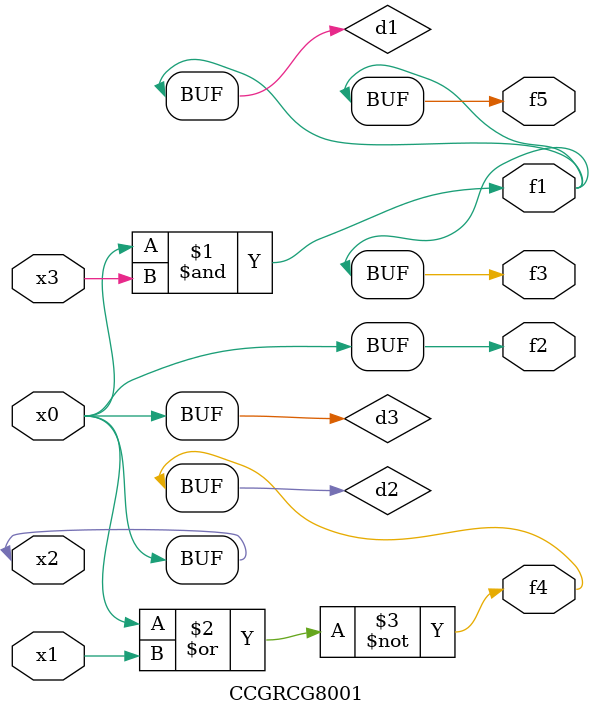
<source format=v>
module CCGRCG8001(
	input x0, x1, x2, x3,
	output f1, f2, f3, f4, f5
);

	wire d1, d2, d3;

	and (d1, x2, x3);
	nor (d2, x0, x1);
	buf (d3, x0, x2);
	assign f1 = d1;
	assign f2 = d3;
	assign f3 = d1;
	assign f4 = d2;
	assign f5 = d1;
endmodule

</source>
